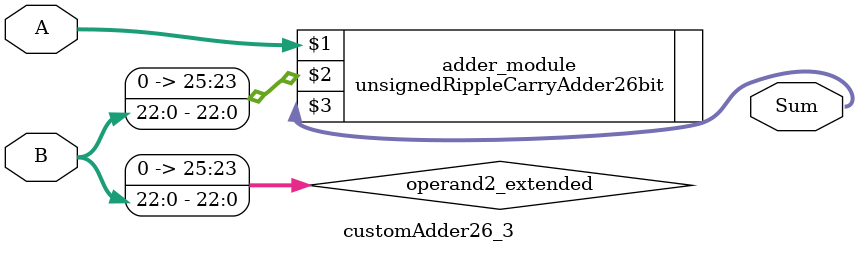
<source format=v>

module customAdder26_3(
                    input [25 : 0] A,
                    input [22 : 0] B,
                    
                    output [26 : 0] Sum
            );

    wire [25 : 0] operand2_extended;
    
    assign operand2_extended =  {3'b0, B};
    
    unsignedRippleCarryAdder26bit adder_module(
        A,
        operand2_extended,
        Sum
    );
    
endmodule
        
</source>
